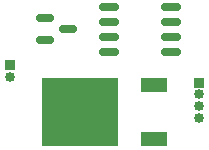
<source format=gbr>
%TF.GenerationSoftware,KiCad,Pcbnew,6.0.2+dfsg-1*%
%TF.CreationDate,2024-08-03T19:21:51-04:00*%
%TF.ProjectId,elpixel,656c7069-7865-46c2-9e6b-696361645f70,rev?*%
%TF.SameCoordinates,Original*%
%TF.FileFunction,Soldermask,Top*%
%TF.FilePolarity,Negative*%
%FSLAX46Y46*%
G04 Gerber Fmt 4.6, Leading zero omitted, Abs format (unit mm)*
G04 Created by KiCad (PCBNEW 6.0.2+dfsg-1) date 2024-08-03 19:21:51*
%MOMM*%
%LPD*%
G01*
G04 APERTURE LIST*
G04 Aperture macros list*
%AMRoundRect*
0 Rectangle with rounded corners*
0 $1 Rounding radius*
0 $2 $3 $4 $5 $6 $7 $8 $9 X,Y pos of 4 corners*
0 Add a 4 corners polygon primitive as box body*
4,1,4,$2,$3,$4,$5,$6,$7,$8,$9,$2,$3,0*
0 Add four circle primitives for the rounded corners*
1,1,$1+$1,$2,$3*
1,1,$1+$1,$4,$5*
1,1,$1+$1,$6,$7*
1,1,$1+$1,$8,$9*
0 Add four rect primitives between the rounded corners*
20,1,$1+$1,$2,$3,$4,$5,0*
20,1,$1+$1,$4,$5,$6,$7,0*
20,1,$1+$1,$6,$7,$8,$9,0*
20,1,$1+$1,$8,$9,$2,$3,0*%
G04 Aperture macros list end*
%ADD10RoundRect,0.150000X-0.675000X-0.150000X0.675000X-0.150000X0.675000X0.150000X-0.675000X0.150000X0*%
%ADD11RoundRect,0.150000X-0.587500X-0.150000X0.587500X-0.150000X0.587500X0.150000X-0.587500X0.150000X0*%
%ADD12R,0.850000X0.850000*%
%ADD13O,0.850000X0.850000*%
%ADD14R,2.200000X1.200000*%
%ADD15R,6.400000X5.800000*%
G04 APERTURE END LIST*
D10*
%TO.C,WS*%
X117375000Y-130095000D03*
X117375000Y-131365000D03*
X117375000Y-132635000D03*
X117375000Y-133905000D03*
X122625000Y-133905000D03*
X122625000Y-132635000D03*
X122625000Y-131365000D03*
X122625000Y-130095000D03*
%TD*%
D11*
%TO.C,T*%
X112000000Y-131000000D03*
X112000000Y-132900000D03*
X113875000Y-131950000D03*
%TD*%
D12*
%TO.C,INV*%
X109000000Y-135000000D03*
D13*
X109000000Y-136000000D03*
%TD*%
D14*
%TO.C,VREG*%
X121200000Y-141280000D03*
D15*
X114900000Y-139000000D03*
D14*
X121200000Y-136720000D03*
%TD*%
D12*
%TO.C,IO*%
X125000000Y-136500000D03*
D13*
X125000000Y-137500000D03*
X125000000Y-138500000D03*
X125000000Y-139500000D03*
%TD*%
M02*

</source>
